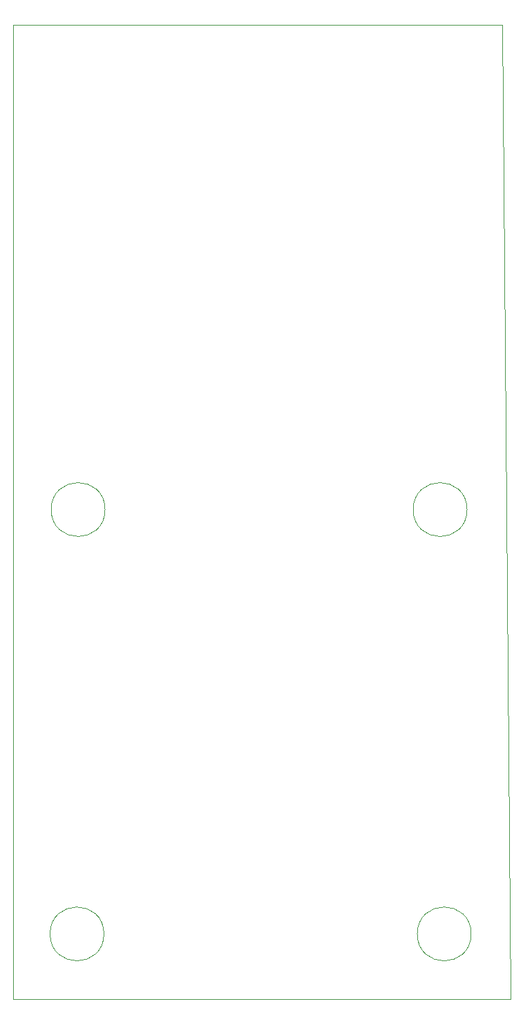
<source format=gbr>
%TF.GenerationSoftware,KiCad,Pcbnew,(6.0.11)*%
%TF.CreationDate,2023-06-04T20:58:32-05:00*%
%TF.ProjectId,Payload-Hard,5061796c-6f61-4642-9d48-6172642e6b69,V1*%
%TF.SameCoordinates,Original*%
%TF.FileFunction,Profile,NP*%
%FSLAX46Y46*%
G04 Gerber Fmt 4.6, Leading zero omitted, Abs format (unit mm)*
G04 Created by KiCad (PCBNEW (6.0.11)) date 2023-06-04 20:58:32*
%MOMM*%
%LPD*%
G01*
G04 APERTURE LIST*
%TA.AperFunction,Profile*%
%ADD10C,0.100000*%
%TD*%
G04 APERTURE END LIST*
D10*
X159800000Y-94940000D02*
G75*
G03*
X159800000Y-94940000I-3300000J0D01*
G01*
X164140000Y-35560000D02*
X165100000Y-154940000D01*
X115440000Y-94940000D02*
G75*
G03*
X115440000Y-94940000I-3300000J0D01*
G01*
X165100000Y-154940000D02*
X104140000Y-154940000D01*
X116840001Y-114300000D02*
G75*
G03*
X116840001Y-114300000I-1J0D01*
G01*
X104140000Y-154940000D02*
X104140000Y-35560000D01*
X104140000Y-35560000D02*
X164140000Y-35560000D01*
X160300000Y-146940000D02*
G75*
G03*
X160300000Y-146940000I-3300000J0D01*
G01*
X115300000Y-146940000D02*
G75*
G03*
X115300000Y-146940000I-3300000J0D01*
G01*
M02*

</source>
